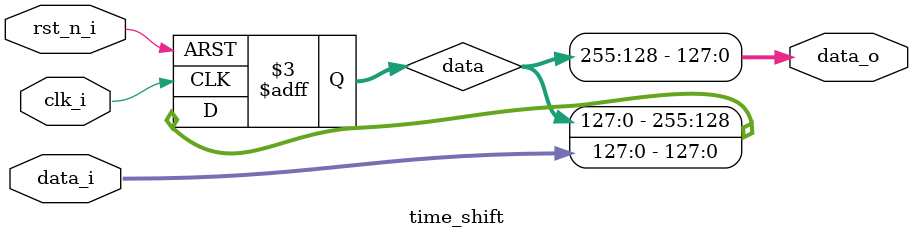
<source format=v>
module time_shift
#(
    parameter DATA_WIDTH    =   128
)
(
    input clk_i,
    input rst_n_i,
    input [DATA_WIDTH - 1:0] data_i,
    output [DATA_WIDTH - 1:0] data_o
);

    reg [2 * DATA_WIDTH - 1:0] data;

    assign data_o = data[2 * DATA_WIDTH - 1: DATA_WIDTH];

    always@(negedge clk_i or negedge rst_n_i) begin
        if(!rst_n_i)
            data <= 0;
        else
            data <= { data[DATA_WIDTH - 1:0], data_i };
    end

endmodule
</source>
